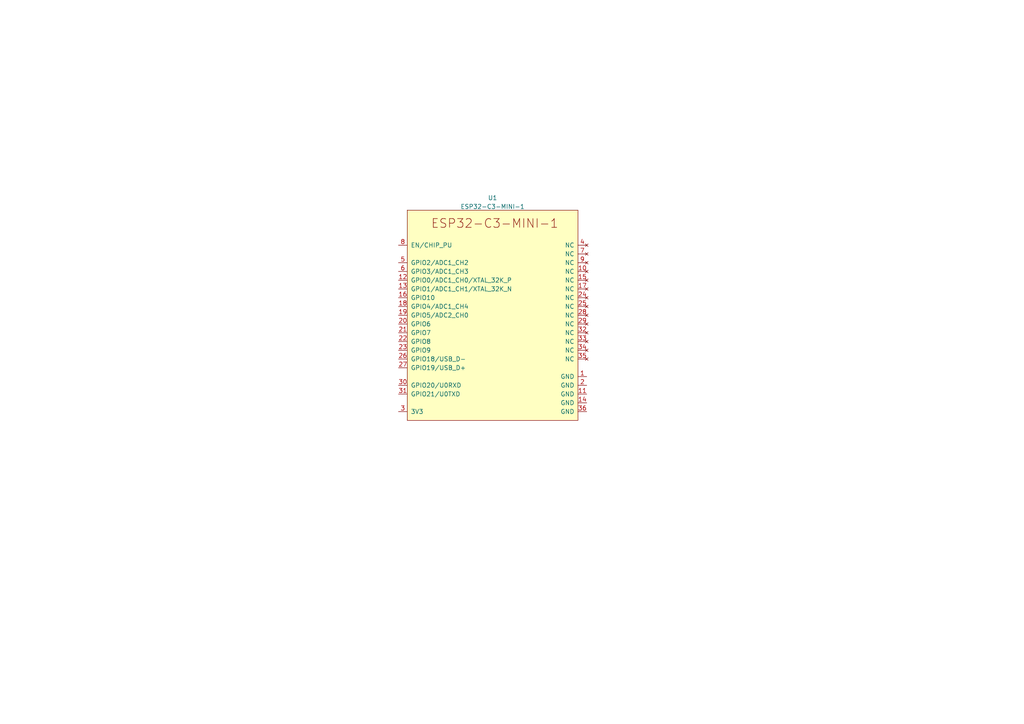
<source format=kicad_sch>
(kicad_sch (version 20211123) (generator eeschema)
  (paper "A4")
  (title_block (title "NB3_bug Schematic") (date "2022-10-27") (rev "0.0") (company "Voight-Kampff") (comment 1 "Reflex bug with wireless control"))
  (lib_symbols
    (symbol "NB3_bug:ESP32-C3-MINI-1" (pin_names (offset 1.016))
      (property "Reference" "U" (at 0 33.02 0))
      (property "Value" "ESP32-C3-MINI-1" (at 0 -30.48 0))
      (symbol "ESP32-C3-MINI-1_0_0"
        (text "ESP32-C3-MINI-1" (at 1.27 27.94 0) (effects (font (size 2.54 2.54))))
      )
      (symbol "ESP32-C3-MINI-1_0_1"
        (rectangle (start -24.13 31.75) (end 25.4 -29.21) (fill (type background)))
      )
      (symbol "ESP32-C3-MINI-1_1_1"
        (pin power_in line (at 27.94 -16.51 180) (length 2.54) (name "GND") (number "1"))
        (pin no_connect line (at 27.94 13.97 180) (length 2.54) (name "NC") (number "10"))
        (pin power_in line (at 27.94 -21.59 180) (length 2.54) (name "GND") (number "11"))
        (pin bidirectional line (at -26.67 11.43 0) (length 2.54) (name "GPIO0/ADC1_CH0/XTAL_32K_P") (number "12"))
        (pin bidirectional line (at -26.67 8.89 0) (length 2.54) (name "GPIO1/ADC1_CH1/XTAL_32K_N") (number "13"))
        (pin power_in line (at 27.94 -24.13 180) (length 2.54) (name "GND") (number "14"))
        (pin no_connect line (at 27.94 11.43 180) (length 2.54) (name "NC") (number "15"))
        (pin bidirectional line (at -26.67 6.35 0) (length 2.54) (name "GPIO10") (number "16"))
        (pin no_connect line (at 27.94 8.89 180) (length 2.54) (name "NC") (number "17"))
        (pin bidirectional line (at -26.67 3.81 0) (length 2.54) (name "GPIO4/ADC1_CH4") (number "18"))
        (pin bidirectional line (at -26.67 1.27 0) (length 2.54) (name "GPIO5/ADC2_CH0") (number "19"))
        (pin power_in line (at 27.94 -19.05 180) (length 2.54) (name "GND") (number "2"))
        (pin bidirectional line (at -26.67 -1.27 0) (length 2.54) (name "GPIO6") (number "20"))
        (pin bidirectional line (at -26.67 -3.81 0) (length 2.54) (name "GPIO7") (number "21"))
        (pin bidirectional line (at -26.67 -6.35 0) (length 2.54) (name "GPIO8") (number "22"))
        (pin bidirectional line (at -26.67 -8.89 0) (length 2.54) (name "GPIO9") (number "23"))
        (pin no_connect line (at 27.94 6.35 180) (length 2.54) (name "NC") (number "24"))
        (pin no_connect line (at 27.94 3.81 180) (length 2.54) (name "NC") (number "25"))
        (pin bidirectional line (at -26.67 -11.43 0) (length 2.54) (name "GPIO18/USB_D-") (number "26"))
        (pin bidirectional line (at -26.67 -13.97 0) (length 2.54) (name "GPIO19/USB_D+") (number "27"))
        (pin no_connect line (at 27.94 1.27 180) (length 2.54) (name "NC") (number "28"))
        (pin no_connect line (at 27.94 -1.27 180) (length 2.54) (name "NC") (number "29"))
        (pin power_in line (at -26.67 -26.67 0) (length 2.54) (name "3V3") (number "3"))
        (pin bidirectional line (at -26.67 -19.05 0) (length 2.54) (name "GPIO20/U0RXD") (number "30"))
        (pin bidirectional line (at -26.67 -21.59 0) (length 2.54) (name "GPIO21/U0TXD") (number "31"))
        (pin no_connect line (at 27.94 -3.81 180) (length 2.54) (name "NC") (number "32"))
        (pin no_connect line (at 27.94 -6.35 180) (length 2.54) (name "NC") (number "33"))
        (pin no_connect line (at 27.94 -8.89 180) (length 2.54) (name "NC") (number "34"))
        (pin no_connect line (at 27.94 -11.43 180) (length 2.54) (name "NC") (number "35"))
        (pin power_in line (at 27.94 -26.67 180) (length 2.54) (name "GND") (number "36"))
        (pin no_connect line (at 27.94 21.59 180) (length 2.54) (name "NC") (number "4"))
        (pin bidirectional line (at -26.67 16.51 0) (length 2.54) (name "GPIO2/ADC1_CH2") (number "5"))
        (pin bidirectional line (at -26.67 13.97 0) (length 2.54) (name "GPIO3/ADC1_CH3") (number "6"))
        (pin no_connect line (at 27.94 19.05 180) (length 2.54) (name "NC") (number "7"))
        (pin input line (at -26.67 21.59 0) (length 2.54) (name "EN/CHIP_PU") (number "8"))
        (pin no_connect line (at 27.94 16.51 180) (length 2.54) (name "NC") (number "9"))
      )
    )
  )
  (symbol (lib_id "NB3_bug:ESP32-C3-MINI-1") (at 142.24 92.71 0) (unit 1)
    (property "Reference" "U1" (at 142.875 57.3872 0))
    (property "Value" "ESP32-C3-MINI-1" (at 142.875 59.9241 0))
    (property "Footprint" "NB3_bug:ESP32-C3-MINI-1" (effects hide))
    (property "Datasheet" "https://www.espressif.com/sites/default/files/documentation/esp32-c3-mini-1_datasheet_en.pdf" (effects hide))
  )
)
</source>
